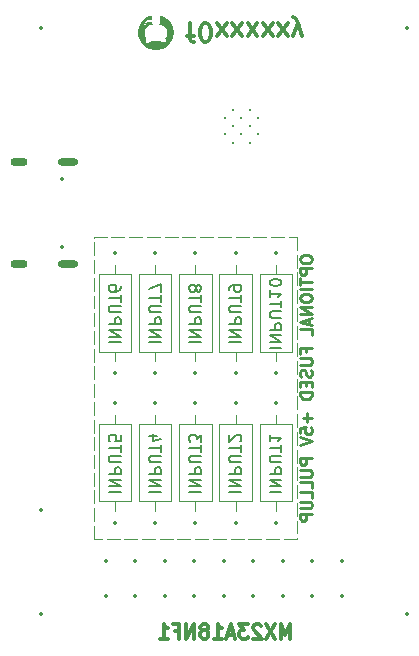
<source format=gbo>
%TF.GenerationSoftware,KiCad,Pcbnew,8.0.8*%
%TF.CreationDate,2025-05-08T14:25:14+01:00*%
%TF.ProjectId,esp32-canboard,65737033-322d-4636-916e-626f6172642e,rev?*%
%TF.SameCoordinates,Original*%
%TF.FileFunction,Legend,Bot*%
%TF.FilePolarity,Positive*%
%FSLAX46Y46*%
G04 Gerber Fmt 4.6, Leading zero omitted, Abs format (unit mm)*
G04 Created by KiCad (PCBNEW 8.0.8) date 2025-05-08 14:25:14*
%MOMM*%
%LPD*%
G01*
G04 APERTURE LIST*
%ADD10C,0.100000*%
%ADD11C,0.200000*%
%ADD12C,0.300000*%
%ADD13C,0.250000*%
%ADD14C,0.000000*%
%ADD15C,0.120000*%
%ADD16C,0.350000*%
%ADD17C,0.300000*%
%ADD18O,1.450000X0.650000*%
%ADD19O,1.750000X0.650000*%
G04 APERTURE END LIST*
D10*
X99250000Y-92340000D02*
X100350000Y-92340000D01*
X100750000Y-92340000D02*
X101850000Y-92340000D01*
X102250000Y-92340000D02*
X103350000Y-92340000D01*
X103750000Y-92340000D02*
X104850000Y-92340000D01*
X105250000Y-92340000D02*
X106350000Y-92340000D01*
X106750000Y-92340000D02*
X107850000Y-92340000D01*
X108250000Y-92340000D02*
X109350000Y-92340000D01*
X109750000Y-92340000D02*
X110850000Y-92340000D01*
X111250000Y-92340000D02*
X112350000Y-92340000D01*
X112750000Y-92340000D02*
X113850000Y-92340000D01*
X114250000Y-92340000D02*
X115350000Y-92340000D01*
X115750000Y-92340000D02*
X116430000Y-92340000D01*
X116430000Y-92340000D02*
X116430000Y-93440000D01*
X116430000Y-93840000D02*
X116430000Y-94940000D01*
X116430000Y-95340000D02*
X116430000Y-96440000D01*
X116430000Y-96840000D02*
X116430000Y-97940000D01*
X116430000Y-98340000D02*
X116430000Y-99440000D01*
X116430000Y-99840000D02*
X116430000Y-100940000D01*
X116430000Y-101340000D02*
X116430000Y-102440000D01*
X116430000Y-102840000D02*
X116430000Y-103940000D01*
X116430000Y-104340000D02*
X116430000Y-105440000D01*
X116430000Y-105840000D02*
X116430000Y-106940000D01*
X116430000Y-107340000D02*
X116430000Y-108440000D01*
X116430000Y-108840000D02*
X116430000Y-109940000D01*
X116430000Y-110340000D02*
X116430000Y-111440000D01*
X116430000Y-111840000D02*
X116430000Y-112940000D01*
X116430000Y-113340000D02*
X116430000Y-114440000D01*
X116430000Y-114840000D02*
X116430000Y-115940000D01*
X116430000Y-116340000D02*
X116430000Y-117440000D01*
X116430000Y-117840000D02*
X116430000Y-117890000D01*
X116430000Y-117890000D02*
X115330000Y-117890000D01*
X114930000Y-117890000D02*
X113830000Y-117890000D01*
X113430000Y-117890000D02*
X112330000Y-117890000D01*
X111930000Y-117890000D02*
X110830000Y-117890000D01*
X110430000Y-117890000D02*
X109330000Y-117890000D01*
X108930000Y-117890000D02*
X107830000Y-117890000D01*
X107430000Y-117890000D02*
X106330000Y-117890000D01*
X105930000Y-117890000D02*
X104830000Y-117890000D01*
X104430000Y-117890000D02*
X103330000Y-117890000D01*
X102930000Y-117890000D02*
X101830000Y-117890000D01*
X101430000Y-117890000D02*
X100330000Y-117890000D01*
X99930000Y-117890000D02*
X99250000Y-117890000D01*
X99250000Y-117890000D02*
X99250000Y-116790000D01*
X99250000Y-116390000D02*
X99250000Y-115290000D01*
X99250000Y-114890000D02*
X99250000Y-113790000D01*
X99250000Y-113390000D02*
X99250000Y-112290000D01*
X99250000Y-111890000D02*
X99250000Y-110790000D01*
X99250000Y-110390000D02*
X99250000Y-109290000D01*
X99250000Y-108890000D02*
X99250000Y-107790000D01*
X99250000Y-107390000D02*
X99250000Y-106290000D01*
X99250000Y-105890000D02*
X99250000Y-104790000D01*
X99250000Y-104390000D02*
X99250000Y-103290000D01*
X99250000Y-102890000D02*
X99250000Y-101790000D01*
X99250000Y-101390000D02*
X99250000Y-100290000D01*
X99250000Y-99890000D02*
X99250000Y-98790000D01*
X99250000Y-98390000D02*
X99250000Y-97290000D01*
X99250000Y-96890000D02*
X99250000Y-95790000D01*
X99250000Y-95390000D02*
X99250000Y-94290000D01*
X99250000Y-93890000D02*
X99250000Y-92790000D01*
X99250000Y-92390000D02*
X99250000Y-92340000D01*
D11*
X100528780Y-113933183D02*
X101528780Y-113933183D01*
X100528780Y-113456993D02*
X101528780Y-113456993D01*
X101528780Y-113456993D02*
X100528780Y-112885565D01*
X100528780Y-112885565D02*
X101528780Y-112885565D01*
X100528780Y-112409374D02*
X101528780Y-112409374D01*
X101528780Y-112409374D02*
X101528780Y-112028422D01*
X101528780Y-112028422D02*
X101481161Y-111933184D01*
X101481161Y-111933184D02*
X101433542Y-111885565D01*
X101433542Y-111885565D02*
X101338304Y-111837946D01*
X101338304Y-111837946D02*
X101195447Y-111837946D01*
X101195447Y-111837946D02*
X101100209Y-111885565D01*
X101100209Y-111885565D02*
X101052590Y-111933184D01*
X101052590Y-111933184D02*
X101004971Y-112028422D01*
X101004971Y-112028422D02*
X101004971Y-112409374D01*
X101528780Y-111409374D02*
X100719257Y-111409374D01*
X100719257Y-111409374D02*
X100624019Y-111361755D01*
X100624019Y-111361755D02*
X100576400Y-111314136D01*
X100576400Y-111314136D02*
X100528780Y-111218898D01*
X100528780Y-111218898D02*
X100528780Y-111028422D01*
X100528780Y-111028422D02*
X100576400Y-110933184D01*
X100576400Y-110933184D02*
X100624019Y-110885565D01*
X100624019Y-110885565D02*
X100719257Y-110837946D01*
X100719257Y-110837946D02*
X101528780Y-110837946D01*
X101528780Y-110504612D02*
X101528780Y-109933184D01*
X100528780Y-110218898D02*
X101528780Y-110218898D01*
X101528780Y-109123660D02*
X101528780Y-109599850D01*
X101528780Y-109599850D02*
X101052590Y-109647469D01*
X101052590Y-109647469D02*
X101100209Y-109599850D01*
X101100209Y-109599850D02*
X101147828Y-109504612D01*
X101147828Y-109504612D02*
X101147828Y-109266517D01*
X101147828Y-109266517D02*
X101100209Y-109171279D01*
X101100209Y-109171279D02*
X101052590Y-109123660D01*
X101052590Y-109123660D02*
X100957352Y-109076041D01*
X100957352Y-109076041D02*
X100719257Y-109076041D01*
X100719257Y-109076041D02*
X100624019Y-109123660D01*
X100624019Y-109123660D02*
X100576400Y-109171279D01*
X100576400Y-109171279D02*
X100528780Y-109266517D01*
X100528780Y-109266517D02*
X100528780Y-109504612D01*
X100528780Y-109504612D02*
X100576400Y-109599850D01*
X100576400Y-109599850D02*
X100624019Y-109647469D01*
D12*
X107162960Y-75286351D02*
X107772484Y-75286351D01*
X107391532Y-74219684D02*
X107391532Y-75591113D01*
X107391532Y-75591113D02*
X107467722Y-75743494D01*
X107467722Y-75743494D02*
X107620103Y-75819684D01*
X107620103Y-75819684D02*
X107772484Y-75819684D01*
X108610580Y-75819684D02*
X108762961Y-75819684D01*
X108762961Y-75819684D02*
X108915342Y-75743494D01*
X108915342Y-75743494D02*
X108991532Y-75667303D01*
X108991532Y-75667303D02*
X109067723Y-75514922D01*
X109067723Y-75514922D02*
X109143913Y-75210160D01*
X109143913Y-75210160D02*
X109143913Y-74829208D01*
X109143913Y-74829208D02*
X109067723Y-74524446D01*
X109067723Y-74524446D02*
X108991532Y-74372065D01*
X108991532Y-74372065D02*
X108915342Y-74295875D01*
X108915342Y-74295875D02*
X108762961Y-74219684D01*
X108762961Y-74219684D02*
X108610580Y-74219684D01*
X108610580Y-74219684D02*
X108458199Y-74295875D01*
X108458199Y-74295875D02*
X108382008Y-74372065D01*
X108382008Y-74372065D02*
X108305818Y-74524446D01*
X108305818Y-74524446D02*
X108229627Y-74829208D01*
X108229627Y-74829208D02*
X108229627Y-75210160D01*
X108229627Y-75210160D02*
X108305818Y-75514922D01*
X108305818Y-75514922D02*
X108382008Y-75667303D01*
X108382008Y-75667303D02*
X108458199Y-75743494D01*
X108458199Y-75743494D02*
X108610580Y-75819684D01*
X109677247Y-74219684D02*
X110515342Y-75286351D01*
X109677247Y-75286351D02*
X110515342Y-74219684D01*
X110972485Y-74219684D02*
X111810580Y-75286351D01*
X110972485Y-75286351D02*
X111810580Y-74219684D01*
X112267723Y-74219684D02*
X113105818Y-75286351D01*
X112267723Y-75286351D02*
X113105818Y-74219684D01*
X113562961Y-74219684D02*
X114401056Y-75286351D01*
X113562961Y-75286351D02*
X114401056Y-74219684D01*
X114858199Y-74219684D02*
X115696294Y-75286351D01*
X114858199Y-75286351D02*
X115696294Y-74219684D01*
X116153437Y-75286351D02*
X116534389Y-74219684D01*
X116915342Y-75286351D02*
X116534389Y-74219684D01*
X116534389Y-74219684D02*
X116382008Y-73838732D01*
X116382008Y-73838732D02*
X116305818Y-73762541D01*
X116305818Y-73762541D02*
X116153437Y-73686351D01*
D11*
X107328780Y-113933183D02*
X108328780Y-113933183D01*
X107328780Y-113456993D02*
X108328780Y-113456993D01*
X108328780Y-113456993D02*
X107328780Y-112885565D01*
X107328780Y-112885565D02*
X108328780Y-112885565D01*
X107328780Y-112409374D02*
X108328780Y-112409374D01*
X108328780Y-112409374D02*
X108328780Y-112028422D01*
X108328780Y-112028422D02*
X108281161Y-111933184D01*
X108281161Y-111933184D02*
X108233542Y-111885565D01*
X108233542Y-111885565D02*
X108138304Y-111837946D01*
X108138304Y-111837946D02*
X107995447Y-111837946D01*
X107995447Y-111837946D02*
X107900209Y-111885565D01*
X107900209Y-111885565D02*
X107852590Y-111933184D01*
X107852590Y-111933184D02*
X107804971Y-112028422D01*
X107804971Y-112028422D02*
X107804971Y-112409374D01*
X108328780Y-111409374D02*
X107519257Y-111409374D01*
X107519257Y-111409374D02*
X107424019Y-111361755D01*
X107424019Y-111361755D02*
X107376400Y-111314136D01*
X107376400Y-111314136D02*
X107328780Y-111218898D01*
X107328780Y-111218898D02*
X107328780Y-111028422D01*
X107328780Y-111028422D02*
X107376400Y-110933184D01*
X107376400Y-110933184D02*
X107424019Y-110885565D01*
X107424019Y-110885565D02*
X107519257Y-110837946D01*
X107519257Y-110837946D02*
X108328780Y-110837946D01*
X108328780Y-110504612D02*
X108328780Y-109933184D01*
X107328780Y-110218898D02*
X108328780Y-110218898D01*
X108328780Y-109695088D02*
X108328780Y-109076041D01*
X108328780Y-109076041D02*
X107947828Y-109409374D01*
X107947828Y-109409374D02*
X107947828Y-109266517D01*
X107947828Y-109266517D02*
X107900209Y-109171279D01*
X107900209Y-109171279D02*
X107852590Y-109123660D01*
X107852590Y-109123660D02*
X107757352Y-109076041D01*
X107757352Y-109076041D02*
X107519257Y-109076041D01*
X107519257Y-109076041D02*
X107424019Y-109123660D01*
X107424019Y-109123660D02*
X107376400Y-109171279D01*
X107376400Y-109171279D02*
X107328780Y-109266517D01*
X107328780Y-109266517D02*
X107328780Y-109552231D01*
X107328780Y-109552231D02*
X107376400Y-109647469D01*
X107376400Y-109647469D02*
X107424019Y-109695088D01*
X107328780Y-101243183D02*
X108328780Y-101243183D01*
X107328780Y-100766993D02*
X108328780Y-100766993D01*
X108328780Y-100766993D02*
X107328780Y-100195565D01*
X107328780Y-100195565D02*
X108328780Y-100195565D01*
X107328780Y-99719374D02*
X108328780Y-99719374D01*
X108328780Y-99719374D02*
X108328780Y-99338422D01*
X108328780Y-99338422D02*
X108281161Y-99243184D01*
X108281161Y-99243184D02*
X108233542Y-99195565D01*
X108233542Y-99195565D02*
X108138304Y-99147946D01*
X108138304Y-99147946D02*
X107995447Y-99147946D01*
X107995447Y-99147946D02*
X107900209Y-99195565D01*
X107900209Y-99195565D02*
X107852590Y-99243184D01*
X107852590Y-99243184D02*
X107804971Y-99338422D01*
X107804971Y-99338422D02*
X107804971Y-99719374D01*
X108328780Y-98719374D02*
X107519257Y-98719374D01*
X107519257Y-98719374D02*
X107424019Y-98671755D01*
X107424019Y-98671755D02*
X107376400Y-98624136D01*
X107376400Y-98624136D02*
X107328780Y-98528898D01*
X107328780Y-98528898D02*
X107328780Y-98338422D01*
X107328780Y-98338422D02*
X107376400Y-98243184D01*
X107376400Y-98243184D02*
X107424019Y-98195565D01*
X107424019Y-98195565D02*
X107519257Y-98147946D01*
X107519257Y-98147946D02*
X108328780Y-98147946D01*
X108328780Y-97814612D02*
X108328780Y-97243184D01*
X107328780Y-97528898D02*
X108328780Y-97528898D01*
X107900209Y-96766993D02*
X107947828Y-96862231D01*
X107947828Y-96862231D02*
X107995447Y-96909850D01*
X107995447Y-96909850D02*
X108090685Y-96957469D01*
X108090685Y-96957469D02*
X108138304Y-96957469D01*
X108138304Y-96957469D02*
X108233542Y-96909850D01*
X108233542Y-96909850D02*
X108281161Y-96862231D01*
X108281161Y-96862231D02*
X108328780Y-96766993D01*
X108328780Y-96766993D02*
X108328780Y-96576517D01*
X108328780Y-96576517D02*
X108281161Y-96481279D01*
X108281161Y-96481279D02*
X108233542Y-96433660D01*
X108233542Y-96433660D02*
X108138304Y-96386041D01*
X108138304Y-96386041D02*
X108090685Y-96386041D01*
X108090685Y-96386041D02*
X107995447Y-96433660D01*
X107995447Y-96433660D02*
X107947828Y-96481279D01*
X107947828Y-96481279D02*
X107900209Y-96576517D01*
X107900209Y-96576517D02*
X107900209Y-96766993D01*
X107900209Y-96766993D02*
X107852590Y-96862231D01*
X107852590Y-96862231D02*
X107804971Y-96909850D01*
X107804971Y-96909850D02*
X107709733Y-96957469D01*
X107709733Y-96957469D02*
X107519257Y-96957469D01*
X107519257Y-96957469D02*
X107424019Y-96909850D01*
X107424019Y-96909850D02*
X107376400Y-96862231D01*
X107376400Y-96862231D02*
X107328780Y-96766993D01*
X107328780Y-96766993D02*
X107328780Y-96576517D01*
X107328780Y-96576517D02*
X107376400Y-96481279D01*
X107376400Y-96481279D02*
X107424019Y-96433660D01*
X107424019Y-96433660D02*
X107519257Y-96386041D01*
X107519257Y-96386041D02*
X107709733Y-96386041D01*
X107709733Y-96386041D02*
X107804971Y-96433660D01*
X107804971Y-96433660D02*
X107852590Y-96481279D01*
X107852590Y-96481279D02*
X107900209Y-96576517D01*
X100528780Y-101243183D02*
X101528780Y-101243183D01*
X100528780Y-100766993D02*
X101528780Y-100766993D01*
X101528780Y-100766993D02*
X100528780Y-100195565D01*
X100528780Y-100195565D02*
X101528780Y-100195565D01*
X100528780Y-99719374D02*
X101528780Y-99719374D01*
X101528780Y-99719374D02*
X101528780Y-99338422D01*
X101528780Y-99338422D02*
X101481161Y-99243184D01*
X101481161Y-99243184D02*
X101433542Y-99195565D01*
X101433542Y-99195565D02*
X101338304Y-99147946D01*
X101338304Y-99147946D02*
X101195447Y-99147946D01*
X101195447Y-99147946D02*
X101100209Y-99195565D01*
X101100209Y-99195565D02*
X101052590Y-99243184D01*
X101052590Y-99243184D02*
X101004971Y-99338422D01*
X101004971Y-99338422D02*
X101004971Y-99719374D01*
X101528780Y-98719374D02*
X100719257Y-98719374D01*
X100719257Y-98719374D02*
X100624019Y-98671755D01*
X100624019Y-98671755D02*
X100576400Y-98624136D01*
X100576400Y-98624136D02*
X100528780Y-98528898D01*
X100528780Y-98528898D02*
X100528780Y-98338422D01*
X100528780Y-98338422D02*
X100576400Y-98243184D01*
X100576400Y-98243184D02*
X100624019Y-98195565D01*
X100624019Y-98195565D02*
X100719257Y-98147946D01*
X100719257Y-98147946D02*
X101528780Y-98147946D01*
X101528780Y-97814612D02*
X101528780Y-97243184D01*
X100528780Y-97528898D02*
X101528780Y-97528898D01*
X101528780Y-96481279D02*
X101528780Y-96671755D01*
X101528780Y-96671755D02*
X101481161Y-96766993D01*
X101481161Y-96766993D02*
X101433542Y-96814612D01*
X101433542Y-96814612D02*
X101290685Y-96909850D01*
X101290685Y-96909850D02*
X101100209Y-96957469D01*
X101100209Y-96957469D02*
X100719257Y-96957469D01*
X100719257Y-96957469D02*
X100624019Y-96909850D01*
X100624019Y-96909850D02*
X100576400Y-96862231D01*
X100576400Y-96862231D02*
X100528780Y-96766993D01*
X100528780Y-96766993D02*
X100528780Y-96576517D01*
X100528780Y-96576517D02*
X100576400Y-96481279D01*
X100576400Y-96481279D02*
X100624019Y-96433660D01*
X100624019Y-96433660D02*
X100719257Y-96386041D01*
X100719257Y-96386041D02*
X100957352Y-96386041D01*
X100957352Y-96386041D02*
X101052590Y-96433660D01*
X101052590Y-96433660D02*
X101100209Y-96481279D01*
X101100209Y-96481279D02*
X101147828Y-96576517D01*
X101147828Y-96576517D02*
X101147828Y-96766993D01*
X101147828Y-96766993D02*
X101100209Y-96862231D01*
X101100209Y-96862231D02*
X101052590Y-96909850D01*
X101052590Y-96909850D02*
X100957352Y-96957469D01*
X110728780Y-101243183D02*
X111728780Y-101243183D01*
X110728780Y-100766993D02*
X111728780Y-100766993D01*
X111728780Y-100766993D02*
X110728780Y-100195565D01*
X110728780Y-100195565D02*
X111728780Y-100195565D01*
X110728780Y-99719374D02*
X111728780Y-99719374D01*
X111728780Y-99719374D02*
X111728780Y-99338422D01*
X111728780Y-99338422D02*
X111681161Y-99243184D01*
X111681161Y-99243184D02*
X111633542Y-99195565D01*
X111633542Y-99195565D02*
X111538304Y-99147946D01*
X111538304Y-99147946D02*
X111395447Y-99147946D01*
X111395447Y-99147946D02*
X111300209Y-99195565D01*
X111300209Y-99195565D02*
X111252590Y-99243184D01*
X111252590Y-99243184D02*
X111204971Y-99338422D01*
X111204971Y-99338422D02*
X111204971Y-99719374D01*
X111728780Y-98719374D02*
X110919257Y-98719374D01*
X110919257Y-98719374D02*
X110824019Y-98671755D01*
X110824019Y-98671755D02*
X110776400Y-98624136D01*
X110776400Y-98624136D02*
X110728780Y-98528898D01*
X110728780Y-98528898D02*
X110728780Y-98338422D01*
X110728780Y-98338422D02*
X110776400Y-98243184D01*
X110776400Y-98243184D02*
X110824019Y-98195565D01*
X110824019Y-98195565D02*
X110919257Y-98147946D01*
X110919257Y-98147946D02*
X111728780Y-98147946D01*
X111728780Y-97814612D02*
X111728780Y-97243184D01*
X110728780Y-97528898D02*
X111728780Y-97528898D01*
X110728780Y-96862231D02*
X110728780Y-96671755D01*
X110728780Y-96671755D02*
X110776400Y-96576517D01*
X110776400Y-96576517D02*
X110824019Y-96528898D01*
X110824019Y-96528898D02*
X110966876Y-96433660D01*
X110966876Y-96433660D02*
X111157352Y-96386041D01*
X111157352Y-96386041D02*
X111538304Y-96386041D01*
X111538304Y-96386041D02*
X111633542Y-96433660D01*
X111633542Y-96433660D02*
X111681161Y-96481279D01*
X111681161Y-96481279D02*
X111728780Y-96576517D01*
X111728780Y-96576517D02*
X111728780Y-96766993D01*
X111728780Y-96766993D02*
X111681161Y-96862231D01*
X111681161Y-96862231D02*
X111633542Y-96909850D01*
X111633542Y-96909850D02*
X111538304Y-96957469D01*
X111538304Y-96957469D02*
X111300209Y-96957469D01*
X111300209Y-96957469D02*
X111204971Y-96909850D01*
X111204971Y-96909850D02*
X111157352Y-96862231D01*
X111157352Y-96862231D02*
X111109733Y-96766993D01*
X111109733Y-96766993D02*
X111109733Y-96576517D01*
X111109733Y-96576517D02*
X111157352Y-96481279D01*
X111157352Y-96481279D02*
X111204971Y-96433660D01*
X111204971Y-96433660D02*
X111300209Y-96386041D01*
D13*
X116724619Y-94114999D02*
X116724619Y-94305475D01*
X116724619Y-94305475D02*
X116772238Y-94400713D01*
X116772238Y-94400713D02*
X116867476Y-94495951D01*
X116867476Y-94495951D02*
X117057952Y-94543570D01*
X117057952Y-94543570D02*
X117391285Y-94543570D01*
X117391285Y-94543570D02*
X117581761Y-94495951D01*
X117581761Y-94495951D02*
X117677000Y-94400713D01*
X117677000Y-94400713D02*
X117724619Y-94305475D01*
X117724619Y-94305475D02*
X117724619Y-94114999D01*
X117724619Y-94114999D02*
X117677000Y-94019761D01*
X117677000Y-94019761D02*
X117581761Y-93924523D01*
X117581761Y-93924523D02*
X117391285Y-93876904D01*
X117391285Y-93876904D02*
X117057952Y-93876904D01*
X117057952Y-93876904D02*
X116867476Y-93924523D01*
X116867476Y-93924523D02*
X116772238Y-94019761D01*
X116772238Y-94019761D02*
X116724619Y-94114999D01*
X117724619Y-94972142D02*
X116724619Y-94972142D01*
X116724619Y-94972142D02*
X116724619Y-95353094D01*
X116724619Y-95353094D02*
X116772238Y-95448332D01*
X116772238Y-95448332D02*
X116819857Y-95495951D01*
X116819857Y-95495951D02*
X116915095Y-95543570D01*
X116915095Y-95543570D02*
X117057952Y-95543570D01*
X117057952Y-95543570D02*
X117153190Y-95495951D01*
X117153190Y-95495951D02*
X117200809Y-95448332D01*
X117200809Y-95448332D02*
X117248428Y-95353094D01*
X117248428Y-95353094D02*
X117248428Y-94972142D01*
X116724619Y-95829285D02*
X116724619Y-96400713D01*
X117724619Y-96114999D02*
X116724619Y-96114999D01*
X117724619Y-96734047D02*
X116724619Y-96734047D01*
X116724619Y-97400713D02*
X116724619Y-97591189D01*
X116724619Y-97591189D02*
X116772238Y-97686427D01*
X116772238Y-97686427D02*
X116867476Y-97781665D01*
X116867476Y-97781665D02*
X117057952Y-97829284D01*
X117057952Y-97829284D02*
X117391285Y-97829284D01*
X117391285Y-97829284D02*
X117581761Y-97781665D01*
X117581761Y-97781665D02*
X117677000Y-97686427D01*
X117677000Y-97686427D02*
X117724619Y-97591189D01*
X117724619Y-97591189D02*
X117724619Y-97400713D01*
X117724619Y-97400713D02*
X117677000Y-97305475D01*
X117677000Y-97305475D02*
X117581761Y-97210237D01*
X117581761Y-97210237D02*
X117391285Y-97162618D01*
X117391285Y-97162618D02*
X117057952Y-97162618D01*
X117057952Y-97162618D02*
X116867476Y-97210237D01*
X116867476Y-97210237D02*
X116772238Y-97305475D01*
X116772238Y-97305475D02*
X116724619Y-97400713D01*
X117724619Y-98257856D02*
X116724619Y-98257856D01*
X116724619Y-98257856D02*
X117724619Y-98829284D01*
X117724619Y-98829284D02*
X116724619Y-98829284D01*
X117438904Y-99257856D02*
X117438904Y-99734046D01*
X117724619Y-99162618D02*
X116724619Y-99495951D01*
X116724619Y-99495951D02*
X117724619Y-99829284D01*
X117724619Y-100638808D02*
X117724619Y-100162618D01*
X117724619Y-100162618D02*
X116724619Y-100162618D01*
X117200809Y-102067380D02*
X117200809Y-101734047D01*
X117724619Y-101734047D02*
X116724619Y-101734047D01*
X116724619Y-101734047D02*
X116724619Y-102210237D01*
X116724619Y-102591190D02*
X117534142Y-102591190D01*
X117534142Y-102591190D02*
X117629380Y-102638809D01*
X117629380Y-102638809D02*
X117677000Y-102686428D01*
X117677000Y-102686428D02*
X117724619Y-102781666D01*
X117724619Y-102781666D02*
X117724619Y-102972142D01*
X117724619Y-102972142D02*
X117677000Y-103067380D01*
X117677000Y-103067380D02*
X117629380Y-103114999D01*
X117629380Y-103114999D02*
X117534142Y-103162618D01*
X117534142Y-103162618D02*
X116724619Y-103162618D01*
X117677000Y-103591190D02*
X117724619Y-103734047D01*
X117724619Y-103734047D02*
X117724619Y-103972142D01*
X117724619Y-103972142D02*
X117677000Y-104067380D01*
X117677000Y-104067380D02*
X117629380Y-104114999D01*
X117629380Y-104114999D02*
X117534142Y-104162618D01*
X117534142Y-104162618D02*
X117438904Y-104162618D01*
X117438904Y-104162618D02*
X117343666Y-104114999D01*
X117343666Y-104114999D02*
X117296047Y-104067380D01*
X117296047Y-104067380D02*
X117248428Y-103972142D01*
X117248428Y-103972142D02*
X117200809Y-103781666D01*
X117200809Y-103781666D02*
X117153190Y-103686428D01*
X117153190Y-103686428D02*
X117105571Y-103638809D01*
X117105571Y-103638809D02*
X117010333Y-103591190D01*
X117010333Y-103591190D02*
X116915095Y-103591190D01*
X116915095Y-103591190D02*
X116819857Y-103638809D01*
X116819857Y-103638809D02*
X116772238Y-103686428D01*
X116772238Y-103686428D02*
X116724619Y-103781666D01*
X116724619Y-103781666D02*
X116724619Y-104019761D01*
X116724619Y-104019761D02*
X116772238Y-104162618D01*
X117200809Y-104591190D02*
X117200809Y-104924523D01*
X117724619Y-105067380D02*
X117724619Y-104591190D01*
X117724619Y-104591190D02*
X116724619Y-104591190D01*
X116724619Y-104591190D02*
X116724619Y-105067380D01*
X117724619Y-105495952D02*
X116724619Y-105495952D01*
X116724619Y-105495952D02*
X116724619Y-105734047D01*
X116724619Y-105734047D02*
X116772238Y-105876904D01*
X116772238Y-105876904D02*
X116867476Y-105972142D01*
X116867476Y-105972142D02*
X116962714Y-106019761D01*
X116962714Y-106019761D02*
X117153190Y-106067380D01*
X117153190Y-106067380D02*
X117296047Y-106067380D01*
X117296047Y-106067380D02*
X117486523Y-106019761D01*
X117486523Y-106019761D02*
X117581761Y-105972142D01*
X117581761Y-105972142D02*
X117677000Y-105876904D01*
X117677000Y-105876904D02*
X117724619Y-105734047D01*
X117724619Y-105734047D02*
X117724619Y-105495952D01*
X117343666Y-107257857D02*
X117343666Y-108019762D01*
X117724619Y-107638809D02*
X116962714Y-107638809D01*
X116724619Y-108972142D02*
X116724619Y-108495952D01*
X116724619Y-108495952D02*
X117200809Y-108448333D01*
X117200809Y-108448333D02*
X117153190Y-108495952D01*
X117153190Y-108495952D02*
X117105571Y-108591190D01*
X117105571Y-108591190D02*
X117105571Y-108829285D01*
X117105571Y-108829285D02*
X117153190Y-108924523D01*
X117153190Y-108924523D02*
X117200809Y-108972142D01*
X117200809Y-108972142D02*
X117296047Y-109019761D01*
X117296047Y-109019761D02*
X117534142Y-109019761D01*
X117534142Y-109019761D02*
X117629380Y-108972142D01*
X117629380Y-108972142D02*
X117677000Y-108924523D01*
X117677000Y-108924523D02*
X117724619Y-108829285D01*
X117724619Y-108829285D02*
X117724619Y-108591190D01*
X117724619Y-108591190D02*
X117677000Y-108495952D01*
X117677000Y-108495952D02*
X117629380Y-108448333D01*
X116724619Y-109305476D02*
X117724619Y-109638809D01*
X117724619Y-109638809D02*
X116724619Y-109972142D01*
X117724619Y-111067381D02*
X116724619Y-111067381D01*
X116724619Y-111067381D02*
X116724619Y-111448333D01*
X116724619Y-111448333D02*
X116772238Y-111543571D01*
X116772238Y-111543571D02*
X116819857Y-111591190D01*
X116819857Y-111591190D02*
X116915095Y-111638809D01*
X116915095Y-111638809D02*
X117057952Y-111638809D01*
X117057952Y-111638809D02*
X117153190Y-111591190D01*
X117153190Y-111591190D02*
X117200809Y-111543571D01*
X117200809Y-111543571D02*
X117248428Y-111448333D01*
X117248428Y-111448333D02*
X117248428Y-111067381D01*
X116724619Y-112067381D02*
X117534142Y-112067381D01*
X117534142Y-112067381D02*
X117629380Y-112115000D01*
X117629380Y-112115000D02*
X117677000Y-112162619D01*
X117677000Y-112162619D02*
X117724619Y-112257857D01*
X117724619Y-112257857D02*
X117724619Y-112448333D01*
X117724619Y-112448333D02*
X117677000Y-112543571D01*
X117677000Y-112543571D02*
X117629380Y-112591190D01*
X117629380Y-112591190D02*
X117534142Y-112638809D01*
X117534142Y-112638809D02*
X116724619Y-112638809D01*
X117724619Y-113591190D02*
X117724619Y-113115000D01*
X117724619Y-113115000D02*
X116724619Y-113115000D01*
X117724619Y-114400714D02*
X117724619Y-113924524D01*
X117724619Y-113924524D02*
X116724619Y-113924524D01*
X116724619Y-114734048D02*
X117534142Y-114734048D01*
X117534142Y-114734048D02*
X117629380Y-114781667D01*
X117629380Y-114781667D02*
X117677000Y-114829286D01*
X117677000Y-114829286D02*
X117724619Y-114924524D01*
X117724619Y-114924524D02*
X117724619Y-115115000D01*
X117724619Y-115115000D02*
X117677000Y-115210238D01*
X117677000Y-115210238D02*
X117629380Y-115257857D01*
X117629380Y-115257857D02*
X117534142Y-115305476D01*
X117534142Y-115305476D02*
X116724619Y-115305476D01*
X117724619Y-115781667D02*
X116724619Y-115781667D01*
X116724619Y-115781667D02*
X116724619Y-116162619D01*
X116724619Y-116162619D02*
X116772238Y-116257857D01*
X116772238Y-116257857D02*
X116819857Y-116305476D01*
X116819857Y-116305476D02*
X116915095Y-116353095D01*
X116915095Y-116353095D02*
X117057952Y-116353095D01*
X117057952Y-116353095D02*
X117153190Y-116305476D01*
X117153190Y-116305476D02*
X117200809Y-116257857D01*
X117200809Y-116257857D02*
X117248428Y-116162619D01*
X117248428Y-116162619D02*
X117248428Y-115781667D01*
D11*
X114128780Y-101719374D02*
X115128780Y-101719374D01*
X114128780Y-101243184D02*
X115128780Y-101243184D01*
X115128780Y-101243184D02*
X114128780Y-100671756D01*
X114128780Y-100671756D02*
X115128780Y-100671756D01*
X114128780Y-100195565D02*
X115128780Y-100195565D01*
X115128780Y-100195565D02*
X115128780Y-99814613D01*
X115128780Y-99814613D02*
X115081161Y-99719375D01*
X115081161Y-99719375D02*
X115033542Y-99671756D01*
X115033542Y-99671756D02*
X114938304Y-99624137D01*
X114938304Y-99624137D02*
X114795447Y-99624137D01*
X114795447Y-99624137D02*
X114700209Y-99671756D01*
X114700209Y-99671756D02*
X114652590Y-99719375D01*
X114652590Y-99719375D02*
X114604971Y-99814613D01*
X114604971Y-99814613D02*
X114604971Y-100195565D01*
X115128780Y-99195565D02*
X114319257Y-99195565D01*
X114319257Y-99195565D02*
X114224019Y-99147946D01*
X114224019Y-99147946D02*
X114176400Y-99100327D01*
X114176400Y-99100327D02*
X114128780Y-99005089D01*
X114128780Y-99005089D02*
X114128780Y-98814613D01*
X114128780Y-98814613D02*
X114176400Y-98719375D01*
X114176400Y-98719375D02*
X114224019Y-98671756D01*
X114224019Y-98671756D02*
X114319257Y-98624137D01*
X114319257Y-98624137D02*
X115128780Y-98624137D01*
X115128780Y-98290803D02*
X115128780Y-97719375D01*
X114128780Y-98005089D02*
X115128780Y-98005089D01*
X114128780Y-96862232D02*
X114128780Y-97433660D01*
X114128780Y-97147946D02*
X115128780Y-97147946D01*
X115128780Y-97147946D02*
X114985923Y-97243184D01*
X114985923Y-97243184D02*
X114890685Y-97338422D01*
X114890685Y-97338422D02*
X114843066Y-97433660D01*
X115128780Y-96243184D02*
X115128780Y-96147946D01*
X115128780Y-96147946D02*
X115081161Y-96052708D01*
X115081161Y-96052708D02*
X115033542Y-96005089D01*
X115033542Y-96005089D02*
X114938304Y-95957470D01*
X114938304Y-95957470D02*
X114747828Y-95909851D01*
X114747828Y-95909851D02*
X114509733Y-95909851D01*
X114509733Y-95909851D02*
X114319257Y-95957470D01*
X114319257Y-95957470D02*
X114224019Y-96005089D01*
X114224019Y-96005089D02*
X114176400Y-96052708D01*
X114176400Y-96052708D02*
X114128780Y-96147946D01*
X114128780Y-96147946D02*
X114128780Y-96243184D01*
X114128780Y-96243184D02*
X114176400Y-96338422D01*
X114176400Y-96338422D02*
X114224019Y-96386041D01*
X114224019Y-96386041D02*
X114319257Y-96433660D01*
X114319257Y-96433660D02*
X114509733Y-96481279D01*
X114509733Y-96481279D02*
X114747828Y-96481279D01*
X114747828Y-96481279D02*
X114938304Y-96433660D01*
X114938304Y-96433660D02*
X115033542Y-96386041D01*
X115033542Y-96386041D02*
X115081161Y-96338422D01*
X115081161Y-96338422D02*
X115128780Y-96243184D01*
X103928780Y-101243183D02*
X104928780Y-101243183D01*
X103928780Y-100766993D02*
X104928780Y-100766993D01*
X104928780Y-100766993D02*
X103928780Y-100195565D01*
X103928780Y-100195565D02*
X104928780Y-100195565D01*
X103928780Y-99719374D02*
X104928780Y-99719374D01*
X104928780Y-99719374D02*
X104928780Y-99338422D01*
X104928780Y-99338422D02*
X104881161Y-99243184D01*
X104881161Y-99243184D02*
X104833542Y-99195565D01*
X104833542Y-99195565D02*
X104738304Y-99147946D01*
X104738304Y-99147946D02*
X104595447Y-99147946D01*
X104595447Y-99147946D02*
X104500209Y-99195565D01*
X104500209Y-99195565D02*
X104452590Y-99243184D01*
X104452590Y-99243184D02*
X104404971Y-99338422D01*
X104404971Y-99338422D02*
X104404971Y-99719374D01*
X104928780Y-98719374D02*
X104119257Y-98719374D01*
X104119257Y-98719374D02*
X104024019Y-98671755D01*
X104024019Y-98671755D02*
X103976400Y-98624136D01*
X103976400Y-98624136D02*
X103928780Y-98528898D01*
X103928780Y-98528898D02*
X103928780Y-98338422D01*
X103928780Y-98338422D02*
X103976400Y-98243184D01*
X103976400Y-98243184D02*
X104024019Y-98195565D01*
X104024019Y-98195565D02*
X104119257Y-98147946D01*
X104119257Y-98147946D02*
X104928780Y-98147946D01*
X104928780Y-97814612D02*
X104928780Y-97243184D01*
X103928780Y-97528898D02*
X104928780Y-97528898D01*
X104928780Y-97005088D02*
X104928780Y-96338422D01*
X104928780Y-96338422D02*
X103928780Y-96766993D01*
X103928780Y-113933183D02*
X104928780Y-113933183D01*
X103928780Y-113456993D02*
X104928780Y-113456993D01*
X104928780Y-113456993D02*
X103928780Y-112885565D01*
X103928780Y-112885565D02*
X104928780Y-112885565D01*
X103928780Y-112409374D02*
X104928780Y-112409374D01*
X104928780Y-112409374D02*
X104928780Y-112028422D01*
X104928780Y-112028422D02*
X104881161Y-111933184D01*
X104881161Y-111933184D02*
X104833542Y-111885565D01*
X104833542Y-111885565D02*
X104738304Y-111837946D01*
X104738304Y-111837946D02*
X104595447Y-111837946D01*
X104595447Y-111837946D02*
X104500209Y-111885565D01*
X104500209Y-111885565D02*
X104452590Y-111933184D01*
X104452590Y-111933184D02*
X104404971Y-112028422D01*
X104404971Y-112028422D02*
X104404971Y-112409374D01*
X104928780Y-111409374D02*
X104119257Y-111409374D01*
X104119257Y-111409374D02*
X104024019Y-111361755D01*
X104024019Y-111361755D02*
X103976400Y-111314136D01*
X103976400Y-111314136D02*
X103928780Y-111218898D01*
X103928780Y-111218898D02*
X103928780Y-111028422D01*
X103928780Y-111028422D02*
X103976400Y-110933184D01*
X103976400Y-110933184D02*
X104024019Y-110885565D01*
X104024019Y-110885565D02*
X104119257Y-110837946D01*
X104119257Y-110837946D02*
X104928780Y-110837946D01*
X104928780Y-110504612D02*
X104928780Y-109933184D01*
X103928780Y-110218898D02*
X104928780Y-110218898D01*
X104595447Y-109171279D02*
X103928780Y-109171279D01*
X104976400Y-109409374D02*
X104262114Y-109647469D01*
X104262114Y-109647469D02*
X104262114Y-109028422D01*
X114128780Y-113933183D02*
X115128780Y-113933183D01*
X114128780Y-113456993D02*
X115128780Y-113456993D01*
X115128780Y-113456993D02*
X114128780Y-112885565D01*
X114128780Y-112885565D02*
X115128780Y-112885565D01*
X114128780Y-112409374D02*
X115128780Y-112409374D01*
X115128780Y-112409374D02*
X115128780Y-112028422D01*
X115128780Y-112028422D02*
X115081161Y-111933184D01*
X115081161Y-111933184D02*
X115033542Y-111885565D01*
X115033542Y-111885565D02*
X114938304Y-111837946D01*
X114938304Y-111837946D02*
X114795447Y-111837946D01*
X114795447Y-111837946D02*
X114700209Y-111885565D01*
X114700209Y-111885565D02*
X114652590Y-111933184D01*
X114652590Y-111933184D02*
X114604971Y-112028422D01*
X114604971Y-112028422D02*
X114604971Y-112409374D01*
X115128780Y-111409374D02*
X114319257Y-111409374D01*
X114319257Y-111409374D02*
X114224019Y-111361755D01*
X114224019Y-111361755D02*
X114176400Y-111314136D01*
X114176400Y-111314136D02*
X114128780Y-111218898D01*
X114128780Y-111218898D02*
X114128780Y-111028422D01*
X114128780Y-111028422D02*
X114176400Y-110933184D01*
X114176400Y-110933184D02*
X114224019Y-110885565D01*
X114224019Y-110885565D02*
X114319257Y-110837946D01*
X114319257Y-110837946D02*
X115128780Y-110837946D01*
X115128780Y-110504612D02*
X115128780Y-109933184D01*
X114128780Y-110218898D02*
X115128780Y-110218898D01*
X114128780Y-109076041D02*
X114128780Y-109647469D01*
X114128780Y-109361755D02*
X115128780Y-109361755D01*
X115128780Y-109361755D02*
X114985923Y-109456993D01*
X114985923Y-109456993D02*
X114890685Y-109552231D01*
X114890685Y-109552231D02*
X114843066Y-109647469D01*
D12*
X115868345Y-126337542D02*
X115868345Y-125137542D01*
X115868345Y-125137542D02*
X115468345Y-125994685D01*
X115468345Y-125994685D02*
X115068345Y-125137542D01*
X115068345Y-125137542D02*
X115068345Y-126337542D01*
X114611202Y-125137542D02*
X113811202Y-126337542D01*
X113811202Y-125137542D02*
X114611202Y-126337542D01*
X113411202Y-125251828D02*
X113354059Y-125194685D01*
X113354059Y-125194685D02*
X113239774Y-125137542D01*
X113239774Y-125137542D02*
X112954059Y-125137542D01*
X112954059Y-125137542D02*
X112839774Y-125194685D01*
X112839774Y-125194685D02*
X112782631Y-125251828D01*
X112782631Y-125251828D02*
X112725488Y-125366114D01*
X112725488Y-125366114D02*
X112725488Y-125480400D01*
X112725488Y-125480400D02*
X112782631Y-125651828D01*
X112782631Y-125651828D02*
X113468345Y-126337542D01*
X113468345Y-126337542D02*
X112725488Y-126337542D01*
X112325488Y-125137542D02*
X111582631Y-125137542D01*
X111582631Y-125137542D02*
X111982631Y-125594685D01*
X111982631Y-125594685D02*
X111811202Y-125594685D01*
X111811202Y-125594685D02*
X111696917Y-125651828D01*
X111696917Y-125651828D02*
X111639774Y-125708971D01*
X111639774Y-125708971D02*
X111582631Y-125823257D01*
X111582631Y-125823257D02*
X111582631Y-126108971D01*
X111582631Y-126108971D02*
X111639774Y-126223257D01*
X111639774Y-126223257D02*
X111696917Y-126280400D01*
X111696917Y-126280400D02*
X111811202Y-126337542D01*
X111811202Y-126337542D02*
X112154059Y-126337542D01*
X112154059Y-126337542D02*
X112268345Y-126280400D01*
X112268345Y-126280400D02*
X112325488Y-126223257D01*
X111125488Y-125994685D02*
X110554060Y-125994685D01*
X111239774Y-126337542D02*
X110839774Y-125137542D01*
X110839774Y-125137542D02*
X110439774Y-126337542D01*
X109411203Y-126337542D02*
X110096917Y-126337542D01*
X109754060Y-126337542D02*
X109754060Y-125137542D01*
X109754060Y-125137542D02*
X109868346Y-125308971D01*
X109868346Y-125308971D02*
X109982631Y-125423257D01*
X109982631Y-125423257D02*
X110096917Y-125480400D01*
X108725489Y-125651828D02*
X108839774Y-125594685D01*
X108839774Y-125594685D02*
X108896917Y-125537542D01*
X108896917Y-125537542D02*
X108954060Y-125423257D01*
X108954060Y-125423257D02*
X108954060Y-125366114D01*
X108954060Y-125366114D02*
X108896917Y-125251828D01*
X108896917Y-125251828D02*
X108839774Y-125194685D01*
X108839774Y-125194685D02*
X108725489Y-125137542D01*
X108725489Y-125137542D02*
X108496917Y-125137542D01*
X108496917Y-125137542D02*
X108382632Y-125194685D01*
X108382632Y-125194685D02*
X108325489Y-125251828D01*
X108325489Y-125251828D02*
X108268346Y-125366114D01*
X108268346Y-125366114D02*
X108268346Y-125423257D01*
X108268346Y-125423257D02*
X108325489Y-125537542D01*
X108325489Y-125537542D02*
X108382632Y-125594685D01*
X108382632Y-125594685D02*
X108496917Y-125651828D01*
X108496917Y-125651828D02*
X108725489Y-125651828D01*
X108725489Y-125651828D02*
X108839774Y-125708971D01*
X108839774Y-125708971D02*
X108896917Y-125766114D01*
X108896917Y-125766114D02*
X108954060Y-125880400D01*
X108954060Y-125880400D02*
X108954060Y-126108971D01*
X108954060Y-126108971D02*
X108896917Y-126223257D01*
X108896917Y-126223257D02*
X108839774Y-126280400D01*
X108839774Y-126280400D02*
X108725489Y-126337542D01*
X108725489Y-126337542D02*
X108496917Y-126337542D01*
X108496917Y-126337542D02*
X108382632Y-126280400D01*
X108382632Y-126280400D02*
X108325489Y-126223257D01*
X108325489Y-126223257D02*
X108268346Y-126108971D01*
X108268346Y-126108971D02*
X108268346Y-125880400D01*
X108268346Y-125880400D02*
X108325489Y-125766114D01*
X108325489Y-125766114D02*
X108382632Y-125708971D01*
X108382632Y-125708971D02*
X108496917Y-125651828D01*
X107754060Y-126337542D02*
X107754060Y-125137542D01*
X107754060Y-125137542D02*
X107068346Y-126337542D01*
X107068346Y-126337542D02*
X107068346Y-125137542D01*
X106096917Y-125708971D02*
X106496917Y-125708971D01*
X106496917Y-126337542D02*
X106496917Y-125137542D01*
X106496917Y-125137542D02*
X105925489Y-125137542D01*
X104839775Y-126337542D02*
X105525489Y-126337542D01*
X105182632Y-126337542D02*
X105182632Y-125137542D01*
X105182632Y-125137542D02*
X105296918Y-125308971D01*
X105296918Y-125308971D02*
X105411203Y-125423257D01*
X105411203Y-125423257D02*
X105525489Y-125480400D01*
D11*
X110728780Y-113933183D02*
X111728780Y-113933183D01*
X110728780Y-113456993D02*
X111728780Y-113456993D01*
X111728780Y-113456993D02*
X110728780Y-112885565D01*
X110728780Y-112885565D02*
X111728780Y-112885565D01*
X110728780Y-112409374D02*
X111728780Y-112409374D01*
X111728780Y-112409374D02*
X111728780Y-112028422D01*
X111728780Y-112028422D02*
X111681161Y-111933184D01*
X111681161Y-111933184D02*
X111633542Y-111885565D01*
X111633542Y-111885565D02*
X111538304Y-111837946D01*
X111538304Y-111837946D02*
X111395447Y-111837946D01*
X111395447Y-111837946D02*
X111300209Y-111885565D01*
X111300209Y-111885565D02*
X111252590Y-111933184D01*
X111252590Y-111933184D02*
X111204971Y-112028422D01*
X111204971Y-112028422D02*
X111204971Y-112409374D01*
X111728780Y-111409374D02*
X110919257Y-111409374D01*
X110919257Y-111409374D02*
X110824019Y-111361755D01*
X110824019Y-111361755D02*
X110776400Y-111314136D01*
X110776400Y-111314136D02*
X110728780Y-111218898D01*
X110728780Y-111218898D02*
X110728780Y-111028422D01*
X110728780Y-111028422D02*
X110776400Y-110933184D01*
X110776400Y-110933184D02*
X110824019Y-110885565D01*
X110824019Y-110885565D02*
X110919257Y-110837946D01*
X110919257Y-110837946D02*
X111728780Y-110837946D01*
X111728780Y-110504612D02*
X111728780Y-109933184D01*
X110728780Y-110218898D02*
X111728780Y-110218898D01*
X111633542Y-109647469D02*
X111681161Y-109599850D01*
X111681161Y-109599850D02*
X111728780Y-109504612D01*
X111728780Y-109504612D02*
X111728780Y-109266517D01*
X111728780Y-109266517D02*
X111681161Y-109171279D01*
X111681161Y-109171279D02*
X111633542Y-109123660D01*
X111633542Y-109123660D02*
X111538304Y-109076041D01*
X111538304Y-109076041D02*
X111443066Y-109076041D01*
X111443066Y-109076041D02*
X111300209Y-109123660D01*
X111300209Y-109123660D02*
X110728780Y-109695088D01*
X110728780Y-109695088D02*
X110728780Y-109076041D01*
D14*
%TO.C,G\u002A\u002A\u002A*%
G36*
X104099718Y-73586324D02*
G01*
X104126409Y-73603448D01*
X104133215Y-73611116D01*
X104140650Y-73624698D01*
X104145489Y-73644788D01*
X104148275Y-73675619D01*
X104149548Y-73721422D01*
X104149852Y-73786432D01*
X104149852Y-73945974D01*
X104105897Y-73937662D01*
X104081413Y-73933868D01*
X104014076Y-73929440D01*
X103942926Y-73931441D01*
X103876869Y-73939390D01*
X103824812Y-73952809D01*
X103793272Y-73965817D01*
X103743195Y-73993650D01*
X103702258Y-74029509D01*
X103665445Y-74078280D01*
X103627741Y-74144851D01*
X103599340Y-74197016D01*
X103571949Y-74239105D01*
X103540699Y-74276896D01*
X103500579Y-74316448D01*
X103446576Y-74363818D01*
X103405551Y-74398739D01*
X103436226Y-74410455D01*
X103478444Y-74417923D01*
X103533220Y-74406948D01*
X103591203Y-74375362D01*
X103650581Y-74324202D01*
X103709542Y-74254498D01*
X103734988Y-74221810D01*
X103787914Y-74166907D01*
X103842109Y-74130974D01*
X103902185Y-74111399D01*
X103972754Y-74105573D01*
X104010927Y-74107198D01*
X104059025Y-74112900D01*
X104095623Y-74121259D01*
X104120199Y-74131400D01*
X104137724Y-74145814D01*
X104151913Y-74170278D01*
X104167761Y-74211007D01*
X104183053Y-74248340D01*
X104203103Y-74287542D01*
X104221060Y-74313522D01*
X104223455Y-74316108D01*
X104239006Y-74335570D01*
X104242692Y-74345621D01*
X104235115Y-74348058D01*
X104208496Y-74354536D01*
X104167632Y-74363628D01*
X104117543Y-74374189D01*
X104078789Y-74382918D01*
X103954939Y-74422399D01*
X103847449Y-74475817D01*
X103758138Y-74542322D01*
X103732200Y-74568082D01*
X103669809Y-74651271D01*
X103621134Y-74750456D01*
X103587125Y-74862788D01*
X103568733Y-74985416D01*
X103566909Y-75115492D01*
X103573062Y-75185054D01*
X103591107Y-75270475D01*
X103622531Y-75348004D01*
X103670028Y-75425751D01*
X103680175Y-75440319D01*
X103700307Y-75471406D01*
X103709419Y-75493022D01*
X103709599Y-75512148D01*
X103702934Y-75535763D01*
X103695067Y-75570746D01*
X103690133Y-75630371D01*
X103691131Y-75697841D01*
X103697853Y-75764790D01*
X103710092Y-75822854D01*
X103730222Y-75891408D01*
X103784730Y-75883401D01*
X103840085Y-75870824D01*
X103913085Y-75845592D01*
X103989940Y-75811606D01*
X104062961Y-75771945D01*
X104134307Y-75728777D01*
X104238780Y-75750948D01*
X104285089Y-75759178D01*
X104381952Y-75769433D01*
X104488805Y-75773737D01*
X104597482Y-75772091D01*
X104699817Y-75764495D01*
X104787643Y-75750948D01*
X104892116Y-75728777D01*
X104968109Y-75774944D01*
X105000706Y-75793780D01*
X105084428Y-75834647D01*
X105167254Y-75865493D01*
X105241224Y-75883163D01*
X105294856Y-75891206D01*
X105315979Y-75816893D01*
X105322342Y-75791324D01*
X105332883Y-75723601D01*
X105336764Y-75652955D01*
X105333756Y-75587782D01*
X105323630Y-75536476D01*
X105319165Y-75521930D01*
X105316593Y-75502637D01*
X105321458Y-75482953D01*
X105335754Y-75456599D01*
X105361475Y-75417299D01*
X105386190Y-75379015D01*
X105416180Y-75324515D01*
X105436480Y-75271931D01*
X105448767Y-75214969D01*
X105454720Y-75147338D01*
X105456015Y-75062746D01*
X105455870Y-75045116D01*
X105452902Y-74958697D01*
X105445974Y-74890189D01*
X105434665Y-74835119D01*
X105416916Y-74778480D01*
X105367728Y-74670836D01*
X105302291Y-74579300D01*
X105220090Y-74503447D01*
X105120613Y-74442851D01*
X105003348Y-74397090D01*
X104867780Y-74365737D01*
X104861385Y-74364640D01*
X104821553Y-74356555D01*
X104793445Y-74348703D01*
X104782801Y-74342645D01*
X104788686Y-74331448D01*
X104805998Y-74312807D01*
X104816805Y-74299759D01*
X104835651Y-74267506D01*
X104852883Y-74228502D01*
X104855255Y-74222028D01*
X104862436Y-74199381D01*
X104867815Y-74174708D01*
X104871645Y-74144441D01*
X104874182Y-74105010D01*
X104875679Y-74052845D01*
X104876390Y-73984378D01*
X104876571Y-73896040D01*
X104876632Y-73826623D01*
X104877017Y-73756244D01*
X104877976Y-73703828D01*
X104879756Y-73666295D01*
X104882603Y-73640568D01*
X104886764Y-73623570D01*
X104892485Y-73612222D01*
X104900014Y-73603448D01*
X104910216Y-73594760D01*
X104938509Y-73582951D01*
X104976038Y-73583081D01*
X105026260Y-73595454D01*
X105092632Y-73620374D01*
X105217893Y-73678825D01*
X105356721Y-73762330D01*
X105487048Y-73863245D01*
X105613185Y-73984586D01*
X105696429Y-74080221D01*
X105802416Y-74231399D01*
X105887995Y-74393835D01*
X105952698Y-74566592D01*
X105996054Y-74748734D01*
X106004428Y-74812100D01*
X106010754Y-74903035D01*
X106013003Y-75002658D01*
X106011186Y-75103111D01*
X106005311Y-75196535D01*
X105995391Y-75275073D01*
X105953987Y-75450845D01*
X105891219Y-75619915D01*
X105807364Y-75779304D01*
X105702064Y-75929690D01*
X105574961Y-76071750D01*
X105435790Y-76196551D01*
X105285575Y-76302279D01*
X105126370Y-76386555D01*
X104957499Y-76449736D01*
X104778284Y-76492180D01*
X104714217Y-76500714D01*
X104622748Y-76507270D01*
X104522928Y-76509770D01*
X104422615Y-76508206D01*
X104329668Y-76502567D01*
X104251945Y-76492843D01*
X104087676Y-76454927D01*
X103914560Y-76392655D01*
X103751459Y-76309192D01*
X103598345Y-76204522D01*
X103455191Y-76078632D01*
X103330967Y-75940662D01*
X103224403Y-75788647D01*
X103138525Y-75625921D01*
X103073719Y-75453217D01*
X103030369Y-75271267D01*
X103021654Y-75204079D01*
X103015593Y-75113741D01*
X103013455Y-75015103D01*
X103015237Y-74915998D01*
X103020935Y-74824255D01*
X103030548Y-74747704D01*
X103038490Y-74705748D01*
X103086398Y-74528219D01*
X103155163Y-74359345D01*
X103243458Y-74200786D01*
X103349954Y-74054204D01*
X103473325Y-73921259D01*
X103612241Y-73803612D01*
X103765375Y-73702925D01*
X103931399Y-73620858D01*
X103954200Y-73611553D01*
X104016738Y-73590098D01*
X104064203Y-73581781D01*
X104099718Y-73586324D01*
G37*
D15*
%TO.C,R18*%
X109890000Y-108190000D02*
X109890000Y-114730000D01*
X109890000Y-114730000D02*
X112630000Y-114730000D01*
X111260000Y-108190000D02*
X111260000Y-107420000D01*
X111260000Y-114730000D02*
X111260000Y-115500000D01*
X112630000Y-108190000D02*
X109890000Y-108190000D01*
X112630000Y-114730000D02*
X112630000Y-108190000D01*
%TO.C,R27*%
X99690000Y-108190000D02*
X99690000Y-114730000D01*
X99690000Y-114730000D02*
X102430000Y-114730000D01*
X101060000Y-108190000D02*
X101060000Y-107420000D01*
X101060000Y-114730000D02*
X101060000Y-115500000D01*
X102430000Y-108190000D02*
X99690000Y-108190000D01*
X102430000Y-114730000D02*
X102430000Y-108190000D01*
%TO.C,R32*%
X106490000Y-95500000D02*
X106490000Y-102040000D01*
X106490000Y-102040000D02*
X109230000Y-102040000D01*
X107860000Y-95500000D02*
X107860000Y-94730000D01*
X107860000Y-102040000D02*
X107860000Y-102810000D01*
X109230000Y-95500000D02*
X106490000Y-95500000D01*
X109230000Y-102040000D02*
X109230000Y-95500000D01*
%TO.C,R30*%
X113290000Y-95500000D02*
X113290000Y-102040000D01*
X113290000Y-102040000D02*
X116030000Y-102040000D01*
X114660000Y-95500000D02*
X114660000Y-94730000D01*
X114660000Y-102040000D02*
X114660000Y-102810000D01*
X116030000Y-95500000D02*
X113290000Y-95500000D01*
X116030000Y-102040000D02*
X116030000Y-95500000D01*
%TO.C,R24*%
X103090000Y-108190000D02*
X103090000Y-114730000D01*
X103090000Y-114730000D02*
X105830000Y-114730000D01*
X104460000Y-108190000D02*
X104460000Y-107420000D01*
X104460000Y-114730000D02*
X104460000Y-115500000D01*
X105830000Y-108190000D02*
X103090000Y-108190000D01*
X105830000Y-114730000D02*
X105830000Y-108190000D01*
%TO.C,R34*%
X99690000Y-95500000D02*
X99690000Y-102040000D01*
X99690000Y-102040000D02*
X102430000Y-102040000D01*
X101060000Y-95500000D02*
X101060000Y-94730000D01*
X101060000Y-102040000D02*
X101060000Y-102810000D01*
X102430000Y-95500000D02*
X99690000Y-95500000D01*
X102430000Y-102040000D02*
X102430000Y-95500000D01*
%TO.C,R17*%
X113290000Y-108190000D02*
X113290000Y-114730000D01*
X113290000Y-114730000D02*
X116030000Y-114730000D01*
X114660000Y-108190000D02*
X114660000Y-107420000D01*
X114660000Y-114730000D02*
X114660000Y-115500000D01*
X116030000Y-108190000D02*
X113290000Y-108190000D01*
X116030000Y-114730000D02*
X116030000Y-108190000D01*
%TO.C,R21*%
X106490000Y-108190000D02*
X106490000Y-114730000D01*
X106490000Y-114730000D02*
X109230000Y-114730000D01*
X107860000Y-108190000D02*
X107860000Y-107420000D01*
X107860000Y-114730000D02*
X107860000Y-115500000D01*
X109230000Y-108190000D02*
X106490000Y-108190000D01*
X109230000Y-114730000D02*
X109230000Y-108190000D01*
%TO.C,R33*%
X103090000Y-95500000D02*
X103090000Y-102040000D01*
X103090000Y-102040000D02*
X105830000Y-102040000D01*
X104460000Y-95500000D02*
X104460000Y-94730000D01*
X104460000Y-102040000D02*
X104460000Y-102810000D01*
X105830000Y-95500000D02*
X103090000Y-95500000D01*
X105830000Y-102040000D02*
X105830000Y-95500000D01*
%TO.C,R31*%
X109890000Y-95500000D02*
X109890000Y-102040000D01*
X109890000Y-102040000D02*
X112630000Y-102040000D01*
X111260000Y-95500000D02*
X111260000Y-94730000D01*
X111260000Y-102040000D02*
X111260000Y-102810000D01*
X112630000Y-95500000D02*
X109890000Y-95500000D01*
X112630000Y-102040000D02*
X112630000Y-95500000D01*
%TD*%
D16*
X125750000Y-74600000D03*
X94750000Y-74600000D03*
X120250000Y-119754500D03*
X117750000Y-119754500D03*
X115250000Y-119754500D03*
X112750000Y-119754500D03*
X110250000Y-119754500D03*
X107750000Y-119754500D03*
X105250000Y-119754500D03*
X102750000Y-119754500D03*
X100250000Y-119754500D03*
X120250000Y-122754500D03*
X117750000Y-122754500D03*
X115250000Y-122754500D03*
X112750000Y-122754500D03*
X110250000Y-122754500D03*
X107750000Y-122754500D03*
X105250000Y-122754500D03*
X102750000Y-122754500D03*
X100250000Y-122754500D03*
X94750000Y-124254500D03*
X125750000Y-124254500D03*
X94750000Y-115450000D03*
D17*
X113150000Y-83650000D03*
X113150000Y-82250000D03*
X112450000Y-84350000D03*
X112450000Y-82950000D03*
X112450000Y-81550000D03*
X111750000Y-83650000D03*
X111750000Y-82250000D03*
X111050000Y-84350000D03*
X111050000Y-82950000D03*
X111050000Y-81550000D03*
X110350000Y-83650000D03*
X110350000Y-82250000D03*
D16*
X96530000Y-87440000D03*
X96530000Y-93220000D03*
D18*
X92880000Y-86010000D03*
X92880000Y-94650000D03*
D19*
X97030000Y-86010000D03*
X97030000Y-94650000D03*
D16*
X111260000Y-106380000D03*
X111260000Y-116540000D03*
X101060000Y-106380000D03*
X101060000Y-116540000D03*
X107860000Y-93690000D03*
X107860000Y-103850000D03*
X114660000Y-93690000D03*
X114660000Y-103850000D03*
X104460000Y-106380000D03*
X104460000Y-116540000D03*
X101060000Y-93690000D03*
X101060000Y-103850000D03*
X114660000Y-106380000D03*
X114660000Y-116540000D03*
X107860000Y-106380000D03*
X107860000Y-116540000D03*
X104460000Y-93690000D03*
X104460000Y-103850000D03*
X111260000Y-93690000D03*
X111260000Y-103850000D03*
M02*

</source>
